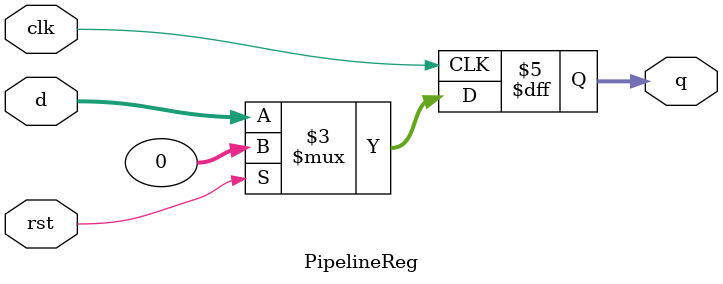
<source format=v>
module PipelineReg #(
    parameter WIDTH = 32
)(
    input wire clk,
    input wire rst,
    input wire [WIDTH-1:0] d,
    output reg [WIDTH-1:0] q
);
    always @(posedge clk) begin
        if (rst) begin
            q <= 0;
        end else begin
            q <= d;
        end
    end


endmodule
</source>
